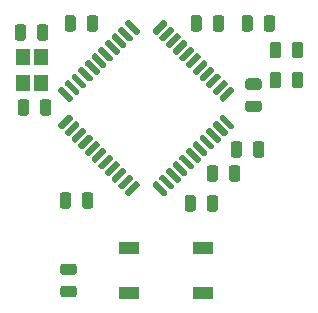
<source format=gbr>
%TF.GenerationSoftware,KiCad,Pcbnew,(5.1.6)-1*%
%TF.CreationDate,2021-03-25T17:16:48-05:00*%
%TF.ProjectId,Pikatea Macropad GB3,50696b61-7465-4612-904d-6163726f7061,rev?*%
%TF.SameCoordinates,Original*%
%TF.FileFunction,Paste,Top*%
%TF.FilePolarity,Positive*%
%FSLAX46Y46*%
G04 Gerber Fmt 4.6, Leading zero omitted, Abs format (unit mm)*
G04 Created by KiCad (PCBNEW (5.1.6)-1) date 2021-03-25 17:16:48*
%MOMM*%
%LPD*%
G01*
G04 APERTURE LIST*
%ADD10R,1.700000X1.000000*%
%ADD11R,1.200000X1.400000*%
G04 APERTURE END LIST*
D10*
%TO.C,SW1*%
X122936000Y-112766000D03*
X116636000Y-112766000D03*
X122936000Y-108966000D03*
X116636000Y-108966000D03*
%TD*%
D11*
%TO.C,X1*%
X107620000Y-94996000D03*
X107620000Y-92796000D03*
X109220000Y-92796000D03*
X109220000Y-94996000D03*
%TD*%
%TO.C,R5*%
G36*
G01*
X129512500Y-94273750D02*
X129512500Y-95186250D01*
G75*
G02*
X129268750Y-95430000I-243750J0D01*
G01*
X128781250Y-95430000D01*
G75*
G02*
X128537500Y-95186250I0J243750D01*
G01*
X128537500Y-94273750D01*
G75*
G02*
X128781250Y-94030000I243750J0D01*
G01*
X129268750Y-94030000D01*
G75*
G02*
X129512500Y-94273750I0J-243750D01*
G01*
G37*
G36*
G01*
X131387500Y-94273750D02*
X131387500Y-95186250D01*
G75*
G02*
X131143750Y-95430000I-243750J0D01*
G01*
X130656250Y-95430000D01*
G75*
G02*
X130412500Y-95186250I0J243750D01*
G01*
X130412500Y-94273750D01*
G75*
G02*
X130656250Y-94030000I243750J0D01*
G01*
X131143750Y-94030000D01*
G75*
G02*
X131387500Y-94273750I0J-243750D01*
G01*
G37*
%TD*%
%TO.C,R4*%
G36*
G01*
X129512500Y-91733750D02*
X129512500Y-92646250D01*
G75*
G02*
X129268750Y-92890000I-243750J0D01*
G01*
X128781250Y-92890000D01*
G75*
G02*
X128537500Y-92646250I0J243750D01*
G01*
X128537500Y-91733750D01*
G75*
G02*
X128781250Y-91490000I243750J0D01*
G01*
X129268750Y-91490000D01*
G75*
G02*
X129512500Y-91733750I0J-243750D01*
G01*
G37*
G36*
G01*
X131387500Y-91733750D02*
X131387500Y-92646250D01*
G75*
G02*
X131143750Y-92890000I-243750J0D01*
G01*
X130656250Y-92890000D01*
G75*
G02*
X130412500Y-92646250I0J243750D01*
G01*
X130412500Y-91733750D01*
G75*
G02*
X130656250Y-91490000I243750J0D01*
G01*
X131143750Y-91490000D01*
G75*
G02*
X131387500Y-91733750I0J-243750D01*
G01*
G37*
%TD*%
%TO.C,R3*%
G36*
G01*
X111049750Y-112131500D02*
X111962250Y-112131500D01*
G75*
G02*
X112206000Y-112375250I0J-243750D01*
G01*
X112206000Y-112862750D01*
G75*
G02*
X111962250Y-113106500I-243750J0D01*
G01*
X111049750Y-113106500D01*
G75*
G02*
X110806000Y-112862750I0J243750D01*
G01*
X110806000Y-112375250D01*
G75*
G02*
X111049750Y-112131500I243750J0D01*
G01*
G37*
G36*
G01*
X111049750Y-110256500D02*
X111962250Y-110256500D01*
G75*
G02*
X112206000Y-110500250I0J-243750D01*
G01*
X112206000Y-110987750D01*
G75*
G02*
X111962250Y-111231500I-243750J0D01*
G01*
X111049750Y-111231500D01*
G75*
G02*
X110806000Y-110987750I0J243750D01*
G01*
X110806000Y-110500250D01*
G75*
G02*
X111049750Y-110256500I243750J0D01*
G01*
G37*
%TD*%
%TO.C,C10*%
G36*
G01*
X125085500Y-103072250D02*
X125085500Y-102159750D01*
G75*
G02*
X125329250Y-101916000I243750J0D01*
G01*
X125816750Y-101916000D01*
G75*
G02*
X126060500Y-102159750I0J-243750D01*
G01*
X126060500Y-103072250D01*
G75*
G02*
X125816750Y-103316000I-243750J0D01*
G01*
X125329250Y-103316000D01*
G75*
G02*
X125085500Y-103072250I0J243750D01*
G01*
G37*
G36*
G01*
X123210500Y-103072250D02*
X123210500Y-102159750D01*
G75*
G02*
X123454250Y-101916000I243750J0D01*
G01*
X123941750Y-101916000D01*
G75*
G02*
X124185500Y-102159750I0J-243750D01*
G01*
X124185500Y-103072250D01*
G75*
G02*
X123941750Y-103316000I-243750J0D01*
G01*
X123454250Y-103316000D01*
G75*
G02*
X123210500Y-103072250I0J243750D01*
G01*
G37*
%TD*%
%TO.C,C9*%
G36*
G01*
X128036500Y-90372250D02*
X128036500Y-89459750D01*
G75*
G02*
X128280250Y-89216000I243750J0D01*
G01*
X128767750Y-89216000D01*
G75*
G02*
X129011500Y-89459750I0J-243750D01*
G01*
X129011500Y-90372250D01*
G75*
G02*
X128767750Y-90616000I-243750J0D01*
G01*
X128280250Y-90616000D01*
G75*
G02*
X128036500Y-90372250I0J243750D01*
G01*
G37*
G36*
G01*
X126161500Y-90372250D02*
X126161500Y-89459750D01*
G75*
G02*
X126405250Y-89216000I243750J0D01*
G01*
X126892750Y-89216000D01*
G75*
G02*
X127136500Y-89459750I0J-243750D01*
G01*
X127136500Y-90372250D01*
G75*
G02*
X126892750Y-90616000I-243750J0D01*
G01*
X126405250Y-90616000D01*
G75*
G02*
X126161500Y-90372250I0J243750D01*
G01*
G37*
%TD*%
%TO.C,C8*%
G36*
G01*
X108829500Y-91134250D02*
X108829500Y-90221750D01*
G75*
G02*
X109073250Y-89978000I243750J0D01*
G01*
X109560750Y-89978000D01*
G75*
G02*
X109804500Y-90221750I0J-243750D01*
G01*
X109804500Y-91134250D01*
G75*
G02*
X109560750Y-91378000I-243750J0D01*
G01*
X109073250Y-91378000D01*
G75*
G02*
X108829500Y-91134250I0J243750D01*
G01*
G37*
G36*
G01*
X106954500Y-91134250D02*
X106954500Y-90221750D01*
G75*
G02*
X107198250Y-89978000I243750J0D01*
G01*
X107685750Y-89978000D01*
G75*
G02*
X107929500Y-90221750I0J-243750D01*
G01*
X107929500Y-91134250D01*
G75*
G02*
X107685750Y-91378000I-243750J0D01*
G01*
X107198250Y-91378000D01*
G75*
G02*
X106954500Y-91134250I0J243750D01*
G01*
G37*
%TD*%
%TO.C,C7*%
G36*
G01*
X108183500Y-96571750D02*
X108183500Y-97484250D01*
G75*
G02*
X107939750Y-97728000I-243750J0D01*
G01*
X107452250Y-97728000D01*
G75*
G02*
X107208500Y-97484250I0J243750D01*
G01*
X107208500Y-96571750D01*
G75*
G02*
X107452250Y-96328000I243750J0D01*
G01*
X107939750Y-96328000D01*
G75*
G02*
X108183500Y-96571750I0J-243750D01*
G01*
G37*
G36*
G01*
X110058500Y-96571750D02*
X110058500Y-97484250D01*
G75*
G02*
X109814750Y-97728000I-243750J0D01*
G01*
X109327250Y-97728000D01*
G75*
G02*
X109083500Y-97484250I0J243750D01*
G01*
X109083500Y-96571750D01*
G75*
G02*
X109327250Y-96328000I243750J0D01*
G01*
X109814750Y-96328000D01*
G75*
G02*
X110058500Y-96571750I0J-243750D01*
G01*
G37*
%TD*%
%TO.C,C6*%
G36*
G01*
X126723750Y-96457500D02*
X127636250Y-96457500D01*
G75*
G02*
X127880000Y-96701250I0J-243750D01*
G01*
X127880000Y-97188750D01*
G75*
G02*
X127636250Y-97432500I-243750J0D01*
G01*
X126723750Y-97432500D01*
G75*
G02*
X126480000Y-97188750I0J243750D01*
G01*
X126480000Y-96701250D01*
G75*
G02*
X126723750Y-96457500I243750J0D01*
G01*
G37*
G36*
G01*
X126723750Y-94582500D02*
X127636250Y-94582500D01*
G75*
G02*
X127880000Y-94826250I0J-243750D01*
G01*
X127880000Y-95313750D01*
G75*
G02*
X127636250Y-95557500I-243750J0D01*
G01*
X126723750Y-95557500D01*
G75*
G02*
X126480000Y-95313750I0J243750D01*
G01*
X126480000Y-94826250D01*
G75*
G02*
X126723750Y-94582500I243750J0D01*
G01*
G37*
%TD*%
%TO.C,C5*%
G36*
G01*
X123210500Y-105612250D02*
X123210500Y-104699750D01*
G75*
G02*
X123454250Y-104456000I243750J0D01*
G01*
X123941750Y-104456000D01*
G75*
G02*
X124185500Y-104699750I0J-243750D01*
G01*
X124185500Y-105612250D01*
G75*
G02*
X123941750Y-105856000I-243750J0D01*
G01*
X123454250Y-105856000D01*
G75*
G02*
X123210500Y-105612250I0J243750D01*
G01*
G37*
G36*
G01*
X121335500Y-105612250D02*
X121335500Y-104699750D01*
G75*
G02*
X121579250Y-104456000I243750J0D01*
G01*
X122066750Y-104456000D01*
G75*
G02*
X122310500Y-104699750I0J-243750D01*
G01*
X122310500Y-105612250D01*
G75*
G02*
X122066750Y-105856000I-243750J0D01*
G01*
X121579250Y-105856000D01*
G75*
G02*
X121335500Y-105612250I0J243750D01*
G01*
G37*
%TD*%
%TO.C,C4*%
G36*
G01*
X127117500Y-101040250D02*
X127117500Y-100127750D01*
G75*
G02*
X127361250Y-99884000I243750J0D01*
G01*
X127848750Y-99884000D01*
G75*
G02*
X128092500Y-100127750I0J-243750D01*
G01*
X128092500Y-101040250D01*
G75*
G02*
X127848750Y-101284000I-243750J0D01*
G01*
X127361250Y-101284000D01*
G75*
G02*
X127117500Y-101040250I0J243750D01*
G01*
G37*
G36*
G01*
X125242500Y-101040250D02*
X125242500Y-100127750D01*
G75*
G02*
X125486250Y-99884000I243750J0D01*
G01*
X125973750Y-99884000D01*
G75*
G02*
X126217500Y-100127750I0J-243750D01*
G01*
X126217500Y-101040250D01*
G75*
G02*
X125973750Y-101284000I-243750J0D01*
G01*
X125486250Y-101284000D01*
G75*
G02*
X125242500Y-101040250I0J243750D01*
G01*
G37*
%TD*%
%TO.C,C3*%
G36*
G01*
X111739500Y-104445750D02*
X111739500Y-105358250D01*
G75*
G02*
X111495750Y-105602000I-243750J0D01*
G01*
X111008250Y-105602000D01*
G75*
G02*
X110764500Y-105358250I0J243750D01*
G01*
X110764500Y-104445750D01*
G75*
G02*
X111008250Y-104202000I243750J0D01*
G01*
X111495750Y-104202000D01*
G75*
G02*
X111739500Y-104445750I0J-243750D01*
G01*
G37*
G36*
G01*
X113614500Y-104445750D02*
X113614500Y-105358250D01*
G75*
G02*
X113370750Y-105602000I-243750J0D01*
G01*
X112883250Y-105602000D01*
G75*
G02*
X112639500Y-105358250I0J243750D01*
G01*
X112639500Y-104445750D01*
G75*
G02*
X112883250Y-104202000I243750J0D01*
G01*
X113370750Y-104202000D01*
G75*
G02*
X113614500Y-104445750I0J-243750D01*
G01*
G37*
%TD*%
%TO.C,C2*%
G36*
G01*
X123718500Y-90372250D02*
X123718500Y-89459750D01*
G75*
G02*
X123962250Y-89216000I243750J0D01*
G01*
X124449750Y-89216000D01*
G75*
G02*
X124693500Y-89459750I0J-243750D01*
G01*
X124693500Y-90372250D01*
G75*
G02*
X124449750Y-90616000I-243750J0D01*
G01*
X123962250Y-90616000D01*
G75*
G02*
X123718500Y-90372250I0J243750D01*
G01*
G37*
G36*
G01*
X121843500Y-90372250D02*
X121843500Y-89459750D01*
G75*
G02*
X122087250Y-89216000I243750J0D01*
G01*
X122574750Y-89216000D01*
G75*
G02*
X122818500Y-89459750I0J-243750D01*
G01*
X122818500Y-90372250D01*
G75*
G02*
X122574750Y-90616000I-243750J0D01*
G01*
X122087250Y-90616000D01*
G75*
G02*
X121843500Y-90372250I0J243750D01*
G01*
G37*
%TD*%
%TO.C,C1*%
G36*
G01*
X112150500Y-89459750D02*
X112150500Y-90372250D01*
G75*
G02*
X111906750Y-90616000I-243750J0D01*
G01*
X111419250Y-90616000D01*
G75*
G02*
X111175500Y-90372250I0J243750D01*
G01*
X111175500Y-89459750D01*
G75*
G02*
X111419250Y-89216000I243750J0D01*
G01*
X111906750Y-89216000D01*
G75*
G02*
X112150500Y-89459750I0J-243750D01*
G01*
G37*
G36*
G01*
X114025500Y-89459750D02*
X114025500Y-90372250D01*
G75*
G02*
X113781750Y-90616000I-243750J0D01*
G01*
X113294250Y-90616000D01*
G75*
G02*
X113050500Y-90372250I0J243750D01*
G01*
X113050500Y-89459750D01*
G75*
G02*
X113294250Y-89216000I243750J0D01*
G01*
X113781750Y-89216000D01*
G75*
G02*
X114025500Y-89459750I0J-243750D01*
G01*
G37*
%TD*%
%TO.C,U1*%
G36*
G01*
X124692609Y-97646847D02*
X125541137Y-98495375D01*
G75*
G02*
X125541137Y-98689829I-97227J-97227D01*
G01*
X125346683Y-98884283D01*
G75*
G02*
X125152229Y-98884283I-97227J97227D01*
G01*
X124303701Y-98035755D01*
G75*
G02*
X124303701Y-97841301I97227J97227D01*
G01*
X124498155Y-97646847D01*
G75*
G02*
X124692609Y-97646847I97227J-97227D01*
G01*
G37*
G36*
G01*
X124126924Y-98212532D02*
X124975452Y-99061060D01*
G75*
G02*
X124975452Y-99255514I-97227J-97227D01*
G01*
X124780998Y-99449968D01*
G75*
G02*
X124586544Y-99449968I-97227J97227D01*
G01*
X123738016Y-98601440D01*
G75*
G02*
X123738016Y-98406986I97227J97227D01*
G01*
X123932470Y-98212532D01*
G75*
G02*
X124126924Y-98212532I97227J-97227D01*
G01*
G37*
G36*
G01*
X123561238Y-98778218D02*
X124409766Y-99626746D01*
G75*
G02*
X124409766Y-99821200I-97227J-97227D01*
G01*
X124215312Y-100015654D01*
G75*
G02*
X124020858Y-100015654I-97227J97227D01*
G01*
X123172330Y-99167126D01*
G75*
G02*
X123172330Y-98972672I97227J97227D01*
G01*
X123366784Y-98778218D01*
G75*
G02*
X123561238Y-98778218I97227J-97227D01*
G01*
G37*
G36*
G01*
X122995553Y-99343903D02*
X123844081Y-100192431D01*
G75*
G02*
X123844081Y-100386885I-97227J-97227D01*
G01*
X123649627Y-100581339D01*
G75*
G02*
X123455173Y-100581339I-97227J97227D01*
G01*
X122606645Y-99732811D01*
G75*
G02*
X122606645Y-99538357I97227J97227D01*
G01*
X122801099Y-99343903D01*
G75*
G02*
X122995553Y-99343903I97227J-97227D01*
G01*
G37*
G36*
G01*
X122429868Y-99909589D02*
X123278396Y-100758117D01*
G75*
G02*
X123278396Y-100952571I-97227J-97227D01*
G01*
X123083942Y-101147025D01*
G75*
G02*
X122889488Y-101147025I-97227J97227D01*
G01*
X122040960Y-100298497D01*
G75*
G02*
X122040960Y-100104043I97227J97227D01*
G01*
X122235414Y-99909589D01*
G75*
G02*
X122429868Y-99909589I97227J-97227D01*
G01*
G37*
G36*
G01*
X121864182Y-100475274D02*
X122712710Y-101323802D01*
G75*
G02*
X122712710Y-101518256I-97227J-97227D01*
G01*
X122518256Y-101712710D01*
G75*
G02*
X122323802Y-101712710I-97227J97227D01*
G01*
X121475274Y-100864182D01*
G75*
G02*
X121475274Y-100669728I97227J97227D01*
G01*
X121669728Y-100475274D01*
G75*
G02*
X121864182Y-100475274I97227J-97227D01*
G01*
G37*
G36*
G01*
X121298497Y-101040960D02*
X122147025Y-101889488D01*
G75*
G02*
X122147025Y-102083942I-97227J-97227D01*
G01*
X121952571Y-102278396D01*
G75*
G02*
X121758117Y-102278396I-97227J97227D01*
G01*
X120909589Y-101429868D01*
G75*
G02*
X120909589Y-101235414I97227J97227D01*
G01*
X121104043Y-101040960D01*
G75*
G02*
X121298497Y-101040960I97227J-97227D01*
G01*
G37*
G36*
G01*
X120732811Y-101606645D02*
X121581339Y-102455173D01*
G75*
G02*
X121581339Y-102649627I-97227J-97227D01*
G01*
X121386885Y-102844081D01*
G75*
G02*
X121192431Y-102844081I-97227J97227D01*
G01*
X120343903Y-101995553D01*
G75*
G02*
X120343903Y-101801099I97227J97227D01*
G01*
X120538357Y-101606645D01*
G75*
G02*
X120732811Y-101606645I97227J-97227D01*
G01*
G37*
G36*
G01*
X120167126Y-102172330D02*
X121015654Y-103020858D01*
G75*
G02*
X121015654Y-103215312I-97227J-97227D01*
G01*
X120821200Y-103409766D01*
G75*
G02*
X120626746Y-103409766I-97227J97227D01*
G01*
X119778218Y-102561238D01*
G75*
G02*
X119778218Y-102366784I97227J97227D01*
G01*
X119972672Y-102172330D01*
G75*
G02*
X120167126Y-102172330I97227J-97227D01*
G01*
G37*
G36*
G01*
X119601440Y-102738016D02*
X120449968Y-103586544D01*
G75*
G02*
X120449968Y-103780998I-97227J-97227D01*
G01*
X120255514Y-103975452D01*
G75*
G02*
X120061060Y-103975452I-97227J97227D01*
G01*
X119212532Y-103126924D01*
G75*
G02*
X119212532Y-102932470I97227J97227D01*
G01*
X119406986Y-102738016D01*
G75*
G02*
X119601440Y-102738016I97227J-97227D01*
G01*
G37*
G36*
G01*
X119035755Y-103303701D02*
X119884283Y-104152229D01*
G75*
G02*
X119884283Y-104346683I-97227J-97227D01*
G01*
X119689829Y-104541137D01*
G75*
G02*
X119495375Y-104541137I-97227J97227D01*
G01*
X118646847Y-103692609D01*
G75*
G02*
X118646847Y-103498155I97227J97227D01*
G01*
X118841301Y-103303701D01*
G75*
G02*
X119035755Y-103303701I97227J-97227D01*
G01*
G37*
G36*
G01*
X117338699Y-103303701D02*
X117533153Y-103498155D01*
G75*
G02*
X117533153Y-103692609I-97227J-97227D01*
G01*
X116684625Y-104541137D01*
G75*
G02*
X116490171Y-104541137I-97227J97227D01*
G01*
X116295717Y-104346683D01*
G75*
G02*
X116295717Y-104152229I97227J97227D01*
G01*
X117144245Y-103303701D01*
G75*
G02*
X117338699Y-103303701I97227J-97227D01*
G01*
G37*
G36*
G01*
X116773014Y-102738016D02*
X116967468Y-102932470D01*
G75*
G02*
X116967468Y-103126924I-97227J-97227D01*
G01*
X116118940Y-103975452D01*
G75*
G02*
X115924486Y-103975452I-97227J97227D01*
G01*
X115730032Y-103780998D01*
G75*
G02*
X115730032Y-103586544I97227J97227D01*
G01*
X116578560Y-102738016D01*
G75*
G02*
X116773014Y-102738016I97227J-97227D01*
G01*
G37*
G36*
G01*
X116207328Y-102172330D02*
X116401782Y-102366784D01*
G75*
G02*
X116401782Y-102561238I-97227J-97227D01*
G01*
X115553254Y-103409766D01*
G75*
G02*
X115358800Y-103409766I-97227J97227D01*
G01*
X115164346Y-103215312D01*
G75*
G02*
X115164346Y-103020858I97227J97227D01*
G01*
X116012874Y-102172330D01*
G75*
G02*
X116207328Y-102172330I97227J-97227D01*
G01*
G37*
G36*
G01*
X115641643Y-101606645D02*
X115836097Y-101801099D01*
G75*
G02*
X115836097Y-101995553I-97227J-97227D01*
G01*
X114987569Y-102844081D01*
G75*
G02*
X114793115Y-102844081I-97227J97227D01*
G01*
X114598661Y-102649627D01*
G75*
G02*
X114598661Y-102455173I97227J97227D01*
G01*
X115447189Y-101606645D01*
G75*
G02*
X115641643Y-101606645I97227J-97227D01*
G01*
G37*
G36*
G01*
X115075957Y-101040960D02*
X115270411Y-101235414D01*
G75*
G02*
X115270411Y-101429868I-97227J-97227D01*
G01*
X114421883Y-102278396D01*
G75*
G02*
X114227429Y-102278396I-97227J97227D01*
G01*
X114032975Y-102083942D01*
G75*
G02*
X114032975Y-101889488I97227J97227D01*
G01*
X114881503Y-101040960D01*
G75*
G02*
X115075957Y-101040960I97227J-97227D01*
G01*
G37*
G36*
G01*
X114510272Y-100475274D02*
X114704726Y-100669728D01*
G75*
G02*
X114704726Y-100864182I-97227J-97227D01*
G01*
X113856198Y-101712710D01*
G75*
G02*
X113661744Y-101712710I-97227J97227D01*
G01*
X113467290Y-101518256D01*
G75*
G02*
X113467290Y-101323802I97227J97227D01*
G01*
X114315818Y-100475274D01*
G75*
G02*
X114510272Y-100475274I97227J-97227D01*
G01*
G37*
G36*
G01*
X113944586Y-99909589D02*
X114139040Y-100104043D01*
G75*
G02*
X114139040Y-100298497I-97227J-97227D01*
G01*
X113290512Y-101147025D01*
G75*
G02*
X113096058Y-101147025I-97227J97227D01*
G01*
X112901604Y-100952571D01*
G75*
G02*
X112901604Y-100758117I97227J97227D01*
G01*
X113750132Y-99909589D01*
G75*
G02*
X113944586Y-99909589I97227J-97227D01*
G01*
G37*
G36*
G01*
X113378901Y-99343903D02*
X113573355Y-99538357D01*
G75*
G02*
X113573355Y-99732811I-97227J-97227D01*
G01*
X112724827Y-100581339D01*
G75*
G02*
X112530373Y-100581339I-97227J97227D01*
G01*
X112335919Y-100386885D01*
G75*
G02*
X112335919Y-100192431I97227J97227D01*
G01*
X113184447Y-99343903D01*
G75*
G02*
X113378901Y-99343903I97227J-97227D01*
G01*
G37*
G36*
G01*
X112813216Y-98778218D02*
X113007670Y-98972672D01*
G75*
G02*
X113007670Y-99167126I-97227J-97227D01*
G01*
X112159142Y-100015654D01*
G75*
G02*
X111964688Y-100015654I-97227J97227D01*
G01*
X111770234Y-99821200D01*
G75*
G02*
X111770234Y-99626746I97227J97227D01*
G01*
X112618762Y-98778218D01*
G75*
G02*
X112813216Y-98778218I97227J-97227D01*
G01*
G37*
G36*
G01*
X112247530Y-98212532D02*
X112441984Y-98406986D01*
G75*
G02*
X112441984Y-98601440I-97227J-97227D01*
G01*
X111593456Y-99449968D01*
G75*
G02*
X111399002Y-99449968I-97227J97227D01*
G01*
X111204548Y-99255514D01*
G75*
G02*
X111204548Y-99061060I97227J97227D01*
G01*
X112053076Y-98212532D01*
G75*
G02*
X112247530Y-98212532I97227J-97227D01*
G01*
G37*
G36*
G01*
X111681845Y-97646847D02*
X111876299Y-97841301D01*
G75*
G02*
X111876299Y-98035755I-97227J-97227D01*
G01*
X111027771Y-98884283D01*
G75*
G02*
X110833317Y-98884283I-97227J97227D01*
G01*
X110638863Y-98689829D01*
G75*
G02*
X110638863Y-98495375I97227J97227D01*
G01*
X111487391Y-97646847D01*
G75*
G02*
X111681845Y-97646847I97227J-97227D01*
G01*
G37*
G36*
G01*
X111027771Y-95295717D02*
X111876299Y-96144245D01*
G75*
G02*
X111876299Y-96338699I-97227J-97227D01*
G01*
X111681845Y-96533153D01*
G75*
G02*
X111487391Y-96533153I-97227J97227D01*
G01*
X110638863Y-95684625D01*
G75*
G02*
X110638863Y-95490171I97227J97227D01*
G01*
X110833317Y-95295717D01*
G75*
G02*
X111027771Y-95295717I97227J-97227D01*
G01*
G37*
G36*
G01*
X111593456Y-94730032D02*
X112441984Y-95578560D01*
G75*
G02*
X112441984Y-95773014I-97227J-97227D01*
G01*
X112247530Y-95967468D01*
G75*
G02*
X112053076Y-95967468I-97227J97227D01*
G01*
X111204548Y-95118940D01*
G75*
G02*
X111204548Y-94924486I97227J97227D01*
G01*
X111399002Y-94730032D01*
G75*
G02*
X111593456Y-94730032I97227J-97227D01*
G01*
G37*
G36*
G01*
X112159142Y-94164346D02*
X113007670Y-95012874D01*
G75*
G02*
X113007670Y-95207328I-97227J-97227D01*
G01*
X112813216Y-95401782D01*
G75*
G02*
X112618762Y-95401782I-97227J97227D01*
G01*
X111770234Y-94553254D01*
G75*
G02*
X111770234Y-94358800I97227J97227D01*
G01*
X111964688Y-94164346D01*
G75*
G02*
X112159142Y-94164346I97227J-97227D01*
G01*
G37*
G36*
G01*
X112724827Y-93598661D02*
X113573355Y-94447189D01*
G75*
G02*
X113573355Y-94641643I-97227J-97227D01*
G01*
X113378901Y-94836097D01*
G75*
G02*
X113184447Y-94836097I-97227J97227D01*
G01*
X112335919Y-93987569D01*
G75*
G02*
X112335919Y-93793115I97227J97227D01*
G01*
X112530373Y-93598661D01*
G75*
G02*
X112724827Y-93598661I97227J-97227D01*
G01*
G37*
G36*
G01*
X113290512Y-93032975D02*
X114139040Y-93881503D01*
G75*
G02*
X114139040Y-94075957I-97227J-97227D01*
G01*
X113944586Y-94270411D01*
G75*
G02*
X113750132Y-94270411I-97227J97227D01*
G01*
X112901604Y-93421883D01*
G75*
G02*
X112901604Y-93227429I97227J97227D01*
G01*
X113096058Y-93032975D01*
G75*
G02*
X113290512Y-93032975I97227J-97227D01*
G01*
G37*
G36*
G01*
X113856198Y-92467290D02*
X114704726Y-93315818D01*
G75*
G02*
X114704726Y-93510272I-97227J-97227D01*
G01*
X114510272Y-93704726D01*
G75*
G02*
X114315818Y-93704726I-97227J97227D01*
G01*
X113467290Y-92856198D01*
G75*
G02*
X113467290Y-92661744I97227J97227D01*
G01*
X113661744Y-92467290D01*
G75*
G02*
X113856198Y-92467290I97227J-97227D01*
G01*
G37*
G36*
G01*
X114421883Y-91901604D02*
X115270411Y-92750132D01*
G75*
G02*
X115270411Y-92944586I-97227J-97227D01*
G01*
X115075957Y-93139040D01*
G75*
G02*
X114881503Y-93139040I-97227J97227D01*
G01*
X114032975Y-92290512D01*
G75*
G02*
X114032975Y-92096058I97227J97227D01*
G01*
X114227429Y-91901604D01*
G75*
G02*
X114421883Y-91901604I97227J-97227D01*
G01*
G37*
G36*
G01*
X114987569Y-91335919D02*
X115836097Y-92184447D01*
G75*
G02*
X115836097Y-92378901I-97227J-97227D01*
G01*
X115641643Y-92573355D01*
G75*
G02*
X115447189Y-92573355I-97227J97227D01*
G01*
X114598661Y-91724827D01*
G75*
G02*
X114598661Y-91530373I97227J97227D01*
G01*
X114793115Y-91335919D01*
G75*
G02*
X114987569Y-91335919I97227J-97227D01*
G01*
G37*
G36*
G01*
X115553254Y-90770234D02*
X116401782Y-91618762D01*
G75*
G02*
X116401782Y-91813216I-97227J-97227D01*
G01*
X116207328Y-92007670D01*
G75*
G02*
X116012874Y-92007670I-97227J97227D01*
G01*
X115164346Y-91159142D01*
G75*
G02*
X115164346Y-90964688I97227J97227D01*
G01*
X115358800Y-90770234D01*
G75*
G02*
X115553254Y-90770234I97227J-97227D01*
G01*
G37*
G36*
G01*
X116118940Y-90204548D02*
X116967468Y-91053076D01*
G75*
G02*
X116967468Y-91247530I-97227J-97227D01*
G01*
X116773014Y-91441984D01*
G75*
G02*
X116578560Y-91441984I-97227J97227D01*
G01*
X115730032Y-90593456D01*
G75*
G02*
X115730032Y-90399002I97227J97227D01*
G01*
X115924486Y-90204548D01*
G75*
G02*
X116118940Y-90204548I97227J-97227D01*
G01*
G37*
G36*
G01*
X116684625Y-89638863D02*
X117533153Y-90487391D01*
G75*
G02*
X117533153Y-90681845I-97227J-97227D01*
G01*
X117338699Y-90876299D01*
G75*
G02*
X117144245Y-90876299I-97227J97227D01*
G01*
X116295717Y-90027771D01*
G75*
G02*
X116295717Y-89833317I97227J97227D01*
G01*
X116490171Y-89638863D01*
G75*
G02*
X116684625Y-89638863I97227J-97227D01*
G01*
G37*
G36*
G01*
X119689829Y-89638863D02*
X119884283Y-89833317D01*
G75*
G02*
X119884283Y-90027771I-97227J-97227D01*
G01*
X119035755Y-90876299D01*
G75*
G02*
X118841301Y-90876299I-97227J97227D01*
G01*
X118646847Y-90681845D01*
G75*
G02*
X118646847Y-90487391I97227J97227D01*
G01*
X119495375Y-89638863D01*
G75*
G02*
X119689829Y-89638863I97227J-97227D01*
G01*
G37*
G36*
G01*
X120255514Y-90204548D02*
X120449968Y-90399002D01*
G75*
G02*
X120449968Y-90593456I-97227J-97227D01*
G01*
X119601440Y-91441984D01*
G75*
G02*
X119406986Y-91441984I-97227J97227D01*
G01*
X119212532Y-91247530D01*
G75*
G02*
X119212532Y-91053076I97227J97227D01*
G01*
X120061060Y-90204548D01*
G75*
G02*
X120255514Y-90204548I97227J-97227D01*
G01*
G37*
G36*
G01*
X120821200Y-90770234D02*
X121015654Y-90964688D01*
G75*
G02*
X121015654Y-91159142I-97227J-97227D01*
G01*
X120167126Y-92007670D01*
G75*
G02*
X119972672Y-92007670I-97227J97227D01*
G01*
X119778218Y-91813216D01*
G75*
G02*
X119778218Y-91618762I97227J97227D01*
G01*
X120626746Y-90770234D01*
G75*
G02*
X120821200Y-90770234I97227J-97227D01*
G01*
G37*
G36*
G01*
X121386885Y-91335919D02*
X121581339Y-91530373D01*
G75*
G02*
X121581339Y-91724827I-97227J-97227D01*
G01*
X120732811Y-92573355D01*
G75*
G02*
X120538357Y-92573355I-97227J97227D01*
G01*
X120343903Y-92378901D01*
G75*
G02*
X120343903Y-92184447I97227J97227D01*
G01*
X121192431Y-91335919D01*
G75*
G02*
X121386885Y-91335919I97227J-97227D01*
G01*
G37*
G36*
G01*
X121952571Y-91901604D02*
X122147025Y-92096058D01*
G75*
G02*
X122147025Y-92290512I-97227J-97227D01*
G01*
X121298497Y-93139040D01*
G75*
G02*
X121104043Y-93139040I-97227J97227D01*
G01*
X120909589Y-92944586D01*
G75*
G02*
X120909589Y-92750132I97227J97227D01*
G01*
X121758117Y-91901604D01*
G75*
G02*
X121952571Y-91901604I97227J-97227D01*
G01*
G37*
G36*
G01*
X122518256Y-92467290D02*
X122712710Y-92661744D01*
G75*
G02*
X122712710Y-92856198I-97227J-97227D01*
G01*
X121864182Y-93704726D01*
G75*
G02*
X121669728Y-93704726I-97227J97227D01*
G01*
X121475274Y-93510272D01*
G75*
G02*
X121475274Y-93315818I97227J97227D01*
G01*
X122323802Y-92467290D01*
G75*
G02*
X122518256Y-92467290I97227J-97227D01*
G01*
G37*
G36*
G01*
X123083942Y-93032975D02*
X123278396Y-93227429D01*
G75*
G02*
X123278396Y-93421883I-97227J-97227D01*
G01*
X122429868Y-94270411D01*
G75*
G02*
X122235414Y-94270411I-97227J97227D01*
G01*
X122040960Y-94075957D01*
G75*
G02*
X122040960Y-93881503I97227J97227D01*
G01*
X122889488Y-93032975D01*
G75*
G02*
X123083942Y-93032975I97227J-97227D01*
G01*
G37*
G36*
G01*
X123649627Y-93598661D02*
X123844081Y-93793115D01*
G75*
G02*
X123844081Y-93987569I-97227J-97227D01*
G01*
X122995553Y-94836097D01*
G75*
G02*
X122801099Y-94836097I-97227J97227D01*
G01*
X122606645Y-94641643D01*
G75*
G02*
X122606645Y-94447189I97227J97227D01*
G01*
X123455173Y-93598661D01*
G75*
G02*
X123649627Y-93598661I97227J-97227D01*
G01*
G37*
G36*
G01*
X124215312Y-94164346D02*
X124409766Y-94358800D01*
G75*
G02*
X124409766Y-94553254I-97227J-97227D01*
G01*
X123561238Y-95401782D01*
G75*
G02*
X123366784Y-95401782I-97227J97227D01*
G01*
X123172330Y-95207328D01*
G75*
G02*
X123172330Y-95012874I97227J97227D01*
G01*
X124020858Y-94164346D01*
G75*
G02*
X124215312Y-94164346I97227J-97227D01*
G01*
G37*
G36*
G01*
X124780998Y-94730032D02*
X124975452Y-94924486D01*
G75*
G02*
X124975452Y-95118940I-97227J-97227D01*
G01*
X124126924Y-95967468D01*
G75*
G02*
X123932470Y-95967468I-97227J97227D01*
G01*
X123738016Y-95773014D01*
G75*
G02*
X123738016Y-95578560I97227J97227D01*
G01*
X124586544Y-94730032D01*
G75*
G02*
X124780998Y-94730032I97227J-97227D01*
G01*
G37*
G36*
G01*
X125346683Y-95295717D02*
X125541137Y-95490171D01*
G75*
G02*
X125541137Y-95684625I-97227J-97227D01*
G01*
X124692609Y-96533153D01*
G75*
G02*
X124498155Y-96533153I-97227J97227D01*
G01*
X124303701Y-96338699D01*
G75*
G02*
X124303701Y-96144245I97227J97227D01*
G01*
X125152229Y-95295717D01*
G75*
G02*
X125346683Y-95295717I97227J-97227D01*
G01*
G37*
%TD*%
M02*

</source>
